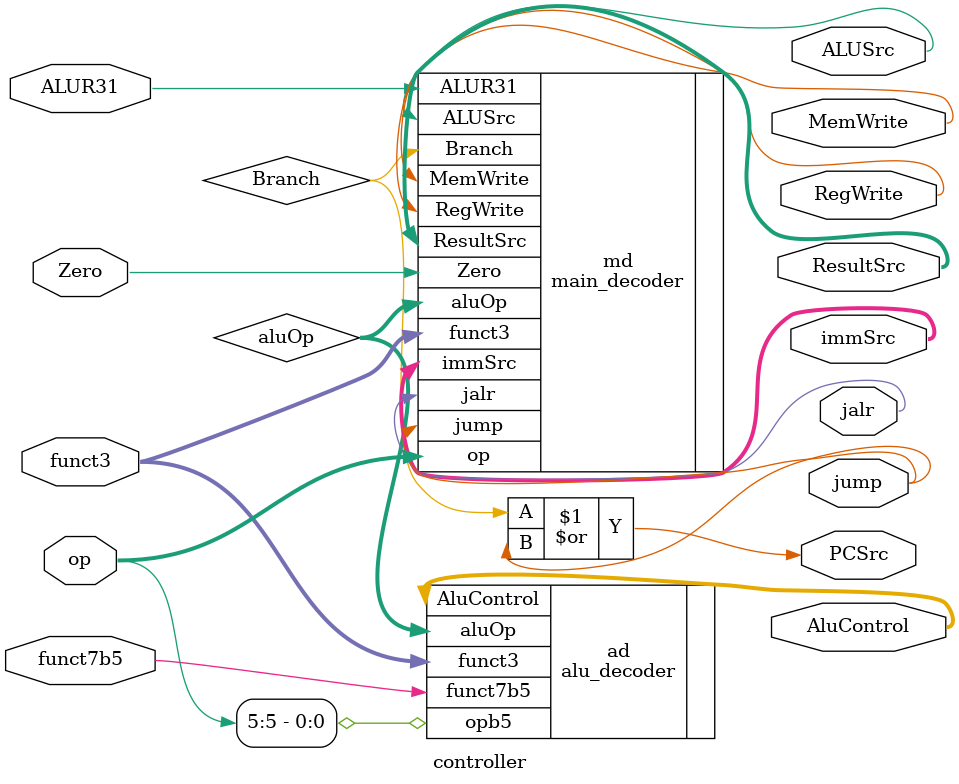
<source format=v>
module controller (
    input [6:0] op,
    input [2:0] funct3,
    input funct7b5,
    input Zero,ALUR31,
    output PCSrc,RegWrite,MemWrite,jump,ALUSrc,jalr,
    output [1:0] ResultSrc,
    output [1:0] immSrc,
    output [2:0] AluControl

);
wire [1:0] aluOp;
wire Branch;
    main_decoder md(.op(op),.funct3(funct3),.Zero(Zero),.ALUR31(ALUR31),
                    .RegWrite(RegWrite),.MemWrite(MemWrite),.ALUSrc(ALUSrc),.ResultSrc(ResultSrc),
                    .immSrc(immSrc),.Branch(Branch),.jump(jump),.jalr(jalr),.aluOp(aluOp));
    alu_decoder ad(.opb5(op[5]),.funct3(funct3),.funct7b5(funct7b5),.aluOp(aluOp),.AluControl(AluControl));
assign PCSrc = Branch | jump;
endmodule

</source>
